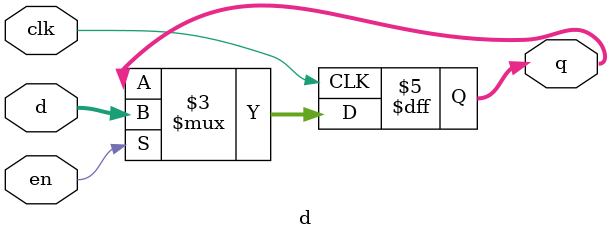
<source format=v>
module d(d,q,en,clk);
    parameter N = 24;
    input en, clk;
    input [N-1:0] d;
    output reg [N-1:0] q;
    always@(posedge clk)
       begin
           if(en) q=d;
           else q=q;
       end
endmodule
</source>
